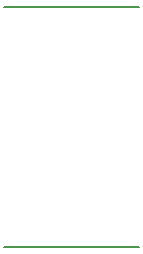
<source format=gbr>
G04 #@! TF.FileFunction,Profile,NP*
%FSLAX46Y46*%
G04 Gerber Fmt 4.6, Leading zero omitted, Abs format (unit mm)*
G04 Created by KiCad (PCBNEW 4.0.7-e2-6376~58~ubuntu16.04.1) date Sun Nov  4 22:14:27 2018*
%MOMM*%
%LPD*%
G01*
G04 APERTURE LIST*
%ADD10C,0.100000*%
%ADD11C,0.150000*%
G04 APERTURE END LIST*
D10*
D11*
X11430000Y18415000D02*
X0Y18415000D01*
X0Y-1905000D02*
X11430000Y-1905000D01*
M02*

</source>
